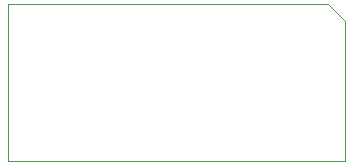
<source format=gm1>
G04*
G04 #@! TF.GenerationSoftware,Altium Limited,Altium Designer,22.3.1 (43)*
G04*
G04 Layer_Color=16711935*
%FSLAX44Y44*%
%MOMM*%
G71*
G04*
G04 #@! TF.SameCoordinates,9A4E0D1D-998E-4EB0-AC3D-6FCEA9C2E133*
G04*
G04*
G04 #@! TF.FilePolarity,Positive*
G04*
G01*
G75*
%ADD26C,0.0100*%
D26*
X50Y133050D02*
X270733D01*
X50Y50D02*
Y133050D01*
Y50D02*
X285050D01*
Y118733D01*
X270733Y133050D02*
X285050Y118733D01*
M02*

</source>
